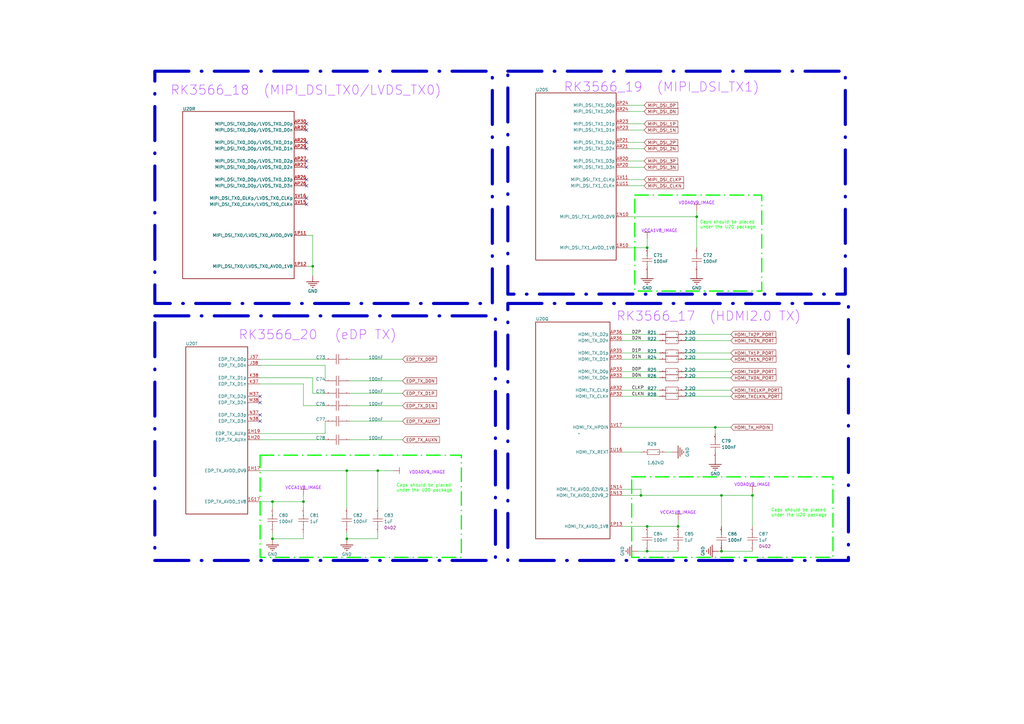
<source format=kicad_sch>
(kicad_sch (version 20250114) (generator "eeschema") (generator_version "9.0")
  (paper "A3")
  (rectangle (start 259.08 195.58) (end 341.63 228.6) (stroke (width 0.508) (type dash_dot) (color 0 255 0 1)))
  (rectangle (start 63.5 129.54) (end 203.2 229.87) (stroke (width 1.27) (type dash_dot)))
  (rectangle (start 208.28 124.46) (end 347.98 229.87) (stroke (width 1.27) (type dash_dot)))
  (rectangle (start 260.35 80.01) (end 312.42 119.38) (stroke (width 0.508) (type dash_dot) (color 0 255 0 1)))
  (rectangle (start 63.5 29.21) (end 201.93 124.46) (stroke (width 1.27) (type dash_dot)))
  (rectangle (start 208.28 29.21) (end 346.71 120.65) (stroke (width 1.27) (type dash_dot)))
  (rectangle (start 106.68 186.69) (end 189.23 228.6) (stroke (width 0.508) (type dash_dot) (color 0 255 0 1)))
  (text "RK3566_18" (at 69.85 39.37 0) (effects (font (size 3.81 3.81)) (justify left bottom)))
  (text "(eDP TX)" (at 137.16 139.7 0) (effects (font (size 3.81 3.81)) (justify left bottom)))
  (text "Caps should be placed \nunder the U20 package" (at 316.23 212.09 0) (effects (font (size 1.27 1.27)) (justify left bottom)))
  (text "RK3566_17" (at 252.73 132.08 0) (effects (font (size 3.81 3.81)) (justify left bottom)))
  (text "(MIPI_DSI_TX1)" (at 269.24 38.1 0) (effects (font (size 3.81 3.81)) (justify left bottom)))
  (text "RK3566_20" (at 97.79 139.7 0) (effects (font (size 3.81 3.81)) (justify left bottom)))
  (text "(HDMI2.0 TX)" (at 290.83 132.08 0) (effects (font (size 3.81 3.81)) (justify left bottom)))
  (text "RK3566_19" (at 231.14 38.1 0) (effects (font (size 3.81 3.81)) (justify left bottom)))
  (text "Caps should be placed \nunder the U20 package" (at 162.56 201.93 0) (effects (font (size 1.27 1.27)) (justify left bottom)))
  (text "Caps should be placed \nunder the U20 package" (at 287.02 93.98 0) (effects (font (size 1.27 1.27)) (justify left bottom)))
  (text "(MIPI_DSI_TX0/LVDS_TX0)" (at 107.95 39.37 0) (effects (font (size 3.81 3.81)) (justify left bottom)))
  (junction (at 154.94 193.04))
  (junction (at 295.91 226.06))
  (junction (at 128.27 109.22))
  (junction (at 293.37 175.26))
  (junction (at 308.61 203.2))
  (junction (at 262.89 203.2))
  (junction (at 111.76 220.98))
  (junction (at 142.24 220.98))
  (junction (at 265.43 215.9))
  (junction (at 265.43 226.06))
  (junction (at 285.75 88.9))
  (junction (at 124.46 205.74))
  (junction (at 278.13 215.9))
  (junction (at 111.76 205.74))
  (junction (at 265.43 101.6))
  (junction (at 142.24 193.04))
  (junction (at 295.91 203.2))
  (no_connect (at 125.73 53.34))
  (no_connect (at 125.73 73.66))
  (no_connect (at 106.68 170.18))
  (no_connect (at 125.73 68.58))
  (no_connect (at 125.73 83.82))
  (no_connect (at 106.68 165.1))
  (no_connect (at 125.73 81.28))
  (no_connect (at 125.73 66.04))
  (no_connect (at 125.73 50.8))
  (no_connect (at 125.73 60.96))
  (no_connect (at 106.68 172.72))
  (no_connect (at 125.73 58.42))
  (no_connect (at 125.73 76.2))
  (no_connect (at 106.68 162.56))
  (wire (pts (xy 264.16 53.34) (xy 257.81 53.34)))
  (wire (pts (xy 124.46 205.74) (xy 111.76 205.74)))
  (wire (pts (xy 154.94 193.04) (xy 154.94 208.28)))
  (wire (pts (xy 111.76 205.74) (xy 106.68 205.74)))
  (wire (pts (xy 308.61 203.2) (xy 308.61 215.9)))
  (wire (pts (xy 124.46 205.74) (xy 124.46 203.2)))
  (wire (pts (xy 299.72 147.32) (xy 280.67 147.32)))
  (wire (pts (xy 299.72 160.02) (xy 280.67 160.02)))
  (wire (pts (xy 128.27 109.22) (xy 125.73 109.22)))
  (wire (pts (xy 270.51 144.78) (xy 255.27 144.78)))
  (wire (pts (xy 295.91 203.2) (xy 262.89 203.2)))
  (wire (pts (xy 295.91 203.2) (xy 308.61 203.2)))
  (wire (pts (xy 128.27 161.29) (xy 128.27 154.94)))
  (wire (pts (xy 264.16 60.96) (xy 257.81 60.96)))
  (wire (pts (xy 270.51 137.16) (xy 255.27 137.16)))
  (wire (pts (xy 143.51 161.29) (xy 165.1 161.29)))
  (wire (pts (xy 293.37 175.26) (xy 293.37 177.8)))
  (wire (pts (xy 124.46 220.98) (xy 124.46 218.44)))
  (wire (pts (xy 111.76 208.28) (xy 111.76 205.74)))
  (wire (pts (xy 265.43 226.06) (xy 261.62 226.06)))
  (wire (pts (xy 264.16 73.66) (xy 257.81 73.66)))
  (wire (pts (xy 299.72 137.16) (xy 280.67 137.16)))
  (wire (pts (xy 128.27 96.52) (xy 125.73 96.52)))
  (wire (pts (xy 143.51 180.34) (xy 165.1 180.34)))
  (wire (pts (xy 128.27 109.22) (xy 128.27 96.52)))
  (wire (pts (xy 165.1 172.72) (xy 143.51 172.72)))
  (wire (pts (xy 285.75 88.9) (xy 285.75 86.36)))
  (wire (pts (xy 133.35 147.32) (xy 106.68 147.32)))
  (wire (pts (xy 264.16 43.18) (xy 257.81 43.18)))
  (wire (pts (xy 124.46 208.28) (xy 124.46 205.74)))
  (wire (pts (xy 143.51 166.37) (xy 165.1 166.37)))
  (wire (pts (xy 262.89 203.2) (xy 255.27 203.2)))
  (wire (pts (xy 270.51 152.4) (xy 255.27 152.4)))
  (wire (pts (xy 299.72 144.78) (xy 280.67 144.78)))
  (wire (pts (xy 143.51 147.32) (xy 165.1 147.32)))
  (wire (pts (xy 154.94 220.98) (xy 154.94 218.44)))
  (wire (pts (xy 154.94 220.98) (xy 142.24 220.98)))
  (wire (pts (xy 295.91 215.9) (xy 295.91 203.2)))
  (wire (pts (xy 278.13 213.36) (xy 278.13 215.9)))
  (wire (pts (xy 142.24 208.28) (xy 142.24 193.04)))
  (wire (pts (xy 128.27 154.94) (xy 106.68 154.94)))
  (wire (pts (xy 295.91 226.06) (xy 308.61 226.06)))
  (wire (pts (xy 265.43 101.6) (xy 257.81 101.6)))
  (wire (pts (xy 293.37 175.26) (xy 255.27 175.26)))
  (wire (pts (xy 308.61 203.2) (xy 308.61 201.93)))
  (wire (pts (xy 255.27 215.9) (xy 265.43 215.9)))
  (wire (pts (xy 133.35 177.8) (xy 106.68 177.8)))
  (wire (pts (xy 257.81 88.9) (xy 285.75 88.9)))
  (wire (pts (xy 262.89 203.2) (xy 262.89 200.66)))
  (wire (pts (xy 299.72 175.26) (xy 293.37 175.26)))
  (wire (pts (xy 124.46 157.48) (xy 106.68 157.48)))
  (wire (pts (xy 299.72 154.94) (xy 280.67 154.94)))
  (wire (pts (xy 133.35 172.72) (xy 133.35 177.8)))
  (wire (pts (xy 270.51 160.02) (xy 255.27 160.02)))
  (wire (pts (xy 262.89 200.66) (xy 255.27 200.66)))
  (wire (pts (xy 285.75 88.9) (xy 285.75 101.6)))
  (wire (pts (xy 161.29 193.04) (xy 154.94 193.04)))
  (wire (pts (xy 299.72 162.56) (xy 280.67 162.56)))
  (wire (pts (xy 265.43 215.9) (xy 278.13 215.9)))
  (wire (pts (xy 265.43 101.6) (xy 265.43 97.79)))
  (wire (pts (xy 264.16 58.42) (xy 257.81 58.42)))
  (wire (pts (xy 124.46 220.98) (xy 111.76 220.98)))
  (wire (pts (xy 142.24 193.04) (xy 106.68 193.04)))
  (wire (pts (xy 133.35 149.86) (xy 106.68 149.86)))
  (wire (pts (xy 299.72 139.7) (xy 280.67 139.7)))
  (wire (pts (xy 262.89 185.42) (xy 255.27 185.42)))
  (wire (pts (xy 133.35 166.37) (xy 124.46 166.37)))
  (wire (pts (xy 133.35 149.86) (xy 133.35 156.21)))
  (wire (pts (xy 265.43 226.06) (xy 278.13 226.06)))
  (wire (pts (xy 264.16 66.04) (xy 257.81 66.04)))
  (wire (pts (xy 264.16 76.2) (xy 257.81 76.2)))
  (wire (pts (xy 154.94 193.04) (xy 142.24 193.04)))
  (wire (pts (xy 270.51 147.32) (xy 255.27 147.32)))
  (wire (pts (xy 264.16 68.58) (xy 257.81 68.58)))
  (wire (pts (xy 299.72 152.4) (xy 280.67 152.4)))
  (wire (pts (xy 106.68 180.34) (xy 133.35 180.34)))
  (wire (pts (xy 124.46 157.48) (xy 124.46 166.37)))
  (wire (pts (xy 128.27 113.03) (xy 128.27 109.22)))
  (wire (pts (xy 142.24 220.98) (xy 142.24 218.44)))
  (wire (pts (xy 295.91 226.06) (xy 294.64 226.06)))
  (wire (pts (xy 264.16 50.8) (xy 257.81 50.8)))
  (wire (pts (xy 165.1 156.21) (xy 143.51 156.21)))
  (wire (pts (xy 275.59 185.42) (xy 273.05 185.42)))
  (wire (pts (xy 270.51 139.7) (xy 255.27 139.7)))
  (wire (pts (xy 133.35 161.29) (xy 128.27 161.29)))
  (wire (pts (xy 111.76 220.98) (xy 111.76 218.44)))
  (wire (pts (xy 270.51 154.94) (xy 255.27 154.94)))
  (wire (pts (xy 270.51 162.56) (xy 255.27 162.56)))
  (wire (pts (xy 264.16 45.72) (xy 257.81 45.72)))
  (label "CLKN" (at 259.08 162.56 0))
  (label "CLKP" (at 259.08 160.02 0))
  (label "D1N" (at 259.08 147.32 0))
  (label "D0P" (at 259.08 152.4 0))
  (label "D2P" (at 259.08 137.16 0))
  (label "D2N" (at 259.08 139.7 0))
  (label "D1P" (at 259.08 144.78 0))
  (label "D0N" (at 259.08 154.94 0))
  (global_label "MIPI_DSI_CLKN" (shape input) (at 264.16 76.2 0) (property "Intersheetrefs" "${INTERSHEET_REFS}" (effects (hide yes))))
  (global_label "HDMI_TXCLKN_PORT" (shape input) (at 299.72 162.56 0) (property "Intersheetrefs" "${INTERSHEET_REFS}" (effects (hide yes))))
  (global_label "HDMI_TXCLKP_PORT" (shape input) (at 299.72 160.02 0) (property "Intersheetrefs" "${INTERSHEET_REFS}" (effects (hide yes))))
  (global_label "HDMI_TX2N_PORT" (shape input) (at 299.72 139.7 0) (property "Intersheetrefs" "${INTERSHEET_REFS}" (effects (hide yes))))
  (global_label "HDMI_TX0N_PORT" (shape input) (at 299.72 154.94 0) (property "Intersheetrefs" "${INTERSHEET_REFS}" (effects (hide yes))))
  (global_label "MIPI_DSI_CLKP" (shape input) (at 264.16 73.66 0) (property "Intersheetrefs" "${INTERSHEET_REFS}" (effects (hide yes))))
  (global_label "HDMI_TX1P_PORT" (shape input) (at 299.72 144.78 0) (property "Intersheetrefs" "${INTERSHEET_REFS}" (effects (hide yes))))
  (global_label "MIPI_DSI_0N" (shape input) (at 264.16 45.72 0) (property "Intersheetrefs" "${INTERSHEET_REFS}" (effects (hide yes))))
  (global_label "EDP_TX_AUXN" (shape input) (at 165.1 180.34 0) (property "Intersheetrefs" "${INTERSHEET_REFS}" (effects (hide yes))))
  (global_label "MIPI_DSI_2N" (shape input) (at 264.16 60.96 0) (property "Intersheetrefs" "${INTERSHEET_REFS}" (effects (hide yes))))
  (global_label "MIPI_DSI_3P" (shape input) (at 264.16 66.04 0) (property "Intersheetrefs" "${INTERSHEET_REFS}" (effects (hide yes))))
  (global_label "MIPI_DSI_3N" (shape input) (at 264.16 68.58 0) (property "Intersheetrefs" "${INTERSHEET_REFS}" (effects (hide yes))))
  (global_label "MIPI_DSI_1N" (shape input) (at 264.16 53.34 0) (property "Intersheetrefs" "${INTERSHEET_REFS}" (effects (hide yes))))
  (global_label "EDP_TX_D1P" (shape input) (at 165.1 161.29 0) (property "Intersheetrefs" "${INTERSHEET_REFS}" (effects (hide yes))))
  (global_label "MIPI_DSI_1P" (shape input) (at 264.16 50.8 0) (property "Intersheetrefs" "${INTERSHEET_REFS}" (effects (hide yes))))
  (global_label "MIPI_DSI_2P" (shape input) (at 264.16 58.42 0) (property "Intersheetrefs" "${INTERSHEET_REFS}" (effects (hide yes))))
  (global_label "EDP_TX_D0N" (shape input) (at 165.1 156.21 0) (property "Intersheetrefs" "${INTERSHEET_REFS}" (effects (hide yes))))
  (global_label "EDP_TX_D1N" (shape input) (at 165.1 166.37 0) (property "Intersheetrefs" "${INTERSHEET_REFS}" (effects (hide yes))))
  (global_label "EDP_TX_D0P" (shape input) (at 165.1 147.32 0) (property "Intersheetrefs" "${INTERSHEET_REFS}" (effects (hide yes))))
  (global_label "HDMI_TX_HPDIN" (shape input) (at 299.72 175.26 0) (property "Intersheetrefs" "${INTERSHEET_REFS}" (effects (hide yes))))
  (global_label "MIPI_DSI_0P" (shape input) (at 264.16 43.18 0) (property "Intersheetrefs" "${INTERSHEET_REFS}" (effects (hide yes))))
  (global_label "HDMI_TX1N_PORT" (shape input) (at 299.72 147.32 0) (property "Intersheetrefs" "${INTERSHEET_REFS}" (effects (hide yes))))
  (global_label "EDP_TX_AUXP" (shape input) (at 165.1 172.72 0) (property "Intersheetrefs" "${INTERSHEET_REFS}" (effects (hide yes))))
  (global_label "HDMI_TX2P_PORT" (shape input) (at 299.72 137.16 0) (property "Intersheetrefs" "${INTERSHEET_REFS}" (effects (hide yes))))
  (global_label "HDMI_TX0P_PORT" (shape input) (at 299.72 152.4 0) (property "Intersheetrefs" "${INTERSHEET_REFS}" (effects (hide yes))))
  (symbol (lib_id "LCSC Taish-easyedapro:Ground-GND") (at 142.24 220.98 0) (unit 1)
    (property "Reference" "#PWR0189" (effects (hide yes)))
    (property "Value" "GND" (at 142.24 227.33 0))
    (property "Footprint" "LCSC Taish-easyedapro:" (effects (hide yes)))
  )
  (symbol (lib_id "LCSC Taish-easyedapro:Power-VCC") (at 161.29 193.04 270) (unit 1)
    (property "Reference" "#PWR0181" (effects (hide yes)))
    (property "Value" "VDDA0V9_IMAGE" (at 175.26 194.31 90) (effects (justify bottom)))
    (property "Footprint" "LCSC Taish-easyedapro:" (effects (hide yes)))
  )
  (symbol (lib_id "LCSC Taish-easyedapro:Ground-GND") (at 285.75 111.76 0) (unit 1)
    (property "Reference" "#PWR0193" (effects (hide yes)))
    (property "Value" "GND" (at 285.75 118.11 0))
    (property "Footprint" "LCSC Taish-easyedapro:" (effects (hide yes)))
  )
  (symbol (lib_id "LCSC Taish-easyedapro:RK3566") (at 237.49 177.8 0) (unit 17)
    (property "Reference" "U20" (at 219.71 131.5466 0) (effects (justify left bottom)))
    (property "Value" "~" (at 237.49 177.8 0))
    (property "Footprint" "LCSC Taish-easyedapro:RK3566" (effects (hide yes)))
  )
  (symbol (lib_id "LCSC Taish-easyedapro:ERJ2GEJ2R2X") (at 275.59 160.02 0) (unit 1)
    (property "Reference" "R27" (at 265.43 160.02 0) (effects (justify left bottom)))
    (property "Value" "2.2Ω" (at 280.67 160.02 0) (effects (justify left bottom)))
    (property "Footprint" "LCSC Taish-easyedapro:R0402" (effects (hide yes)))
    (property "Datasheet" "https://atta.szlcsc.com/upload/public/pdf/source/20200306/C422600_1E6D84923E4A46A82E41ADD87F860B5C.pdf" (effects (hide yes)))
    (property "Description" "电阻类型:厚膜电阻;阻值:2.2Ω;精度:±5%;功率:100mW;温度系数:-100ppm/°C~+600ppm/°C;最大工作电压:-;工作温度范围:-55°C~+155°C;" (effects (hide yes)))
    (property "Manufacturer Part" "0201WMF220KTEE" (effects (hide yes)))
    (property "Manufacturer" "UNI-ROYAL(厚声)" (effects (hide yes)))
    (property "Supplier Part" "C473517" (effects (hide yes)))
    (property "Supplier" "LCSC" (effects (hide yes)))
    (property "LCSC Part Name" "2.2Ω ±1% 50mW" (effects (hide yes)))
  )
  (symbol (lib_id "LCSC Taish-easyedapro:CL05B104KB54PNC") (at 265.43 220.98 90) (unit 1)
    (property "Reference" "C84" (at 267.97 219.71 90) (effects (justify right top)))
    (property "Value" "100nF" (at 267.97 222.25 90) (effects (justify right top)))
    (property "Footprint" "Capacitor_SMD:C_0402_1005Metric" (effects (hide yes)))
    (property "Datasheet" "https://atta.szlcsc.com/upload/public/pdf/source/20181009/C307380_E0679AAF9658ADA26DBF30CED0CA6925.pdf" (effects (hide yes)))
    (property "Description" "容值:100nF;精度:±10%;额定电压:50V;材质(温度系数):X7R;" (effects (hide yes)))
    (property "Manufacturer Part" "CL03A104KO3NNNC" (effects (hide yes)))
    (property "Manufacturer" "SAMSUNG(三星)" (effects (hide yes)))
    (property "Supplier Part" "C307380" (effects (hide yes)))
    (property "Supplier" "LCSC" (effects (hide yes)))
    (property "LCSC Part Name" "100nF ±10% 16V" (effects (hide yes)))
    (property "JLCPCB Part Class" "Extended Part" (effects (hide yes)))
  )
  (symbol (lib_id "LCSC Taish-easyedapro:CL05B104KB54PNC") (at 138.43 166.37 180) (unit 1)
    (property "Reference" "C76" (at 129.54 166.37 0) (effects (justify right top)))
    (property "Value" "100nF" (at 151.13 166.37 0) (effects (justify right top)))
    (property "Footprint" "Capacitor_SMD:C_0402_1005Metric" (effects (hide yes)))
    (property "Datasheet" "https://atta.szlcsc.com/upload/public/pdf/source/20181009/C307380_E0679AAF9658ADA26DBF30CED0CA6925.pdf" (effects (hide yes)))
    (property "Description" "容值:100nF;精度:±10%;额定电压:50V;材质(温度系数):X7R;" (effects (hide yes)))
    (property "Manufacturer Part" "CL03A104KO3NNNC" (effects (hide yes)))
    (property "Manufacturer" "SAMSUNG(三星)" (effects (hide yes)))
    (property "Supplier Part" "C307380" (effects (hide yes)))
    (property "Supplier" "LCSC" (effects (hide yes)))
    (property "LCSC Part Name" "100nF ±10% 16V" (effects (hide yes)))
    (property "JLCPCB Part Class" "Extended Part" (effects (hide yes)))
  )
  (symbol (lib_id "LCSC Taish-easyedapro:CL05B104KB54PNC") (at 138.43 180.34 180) (unit 1)
    (property "Reference" "C78" (at 129.54 180.34 0) (effects (justify right top)))
    (property "Value" "100nF" (at 151.13 180.34 0) (effects (justify right top)))
    (property "Footprint" "Capacitor_SMD:C_0402_1005Metric" (effects (hide yes)))
    (property "Datasheet" "https://atta.szlcsc.com/upload/public/pdf/source/20181009/C307380_E0679AAF9658ADA26DBF30CED0CA6925.pdf" (effects (hide yes)))
    (property "Description" "容值:100nF;精度:±10%;额定电压:50V;材质(温度系数):X7R;" (effects (hide yes)))
    (property "Manufacturer Part" "CL03A104KO3NNNC" (effects (hide yes)))
    (property "Manufacturer" "SAMSUNG(三星)" (effects (hide yes)))
    (property "Supplier Part" "C307380" (effects (hide yes)))
    (property "Supplier" "LCSC" (effects (hide yes)))
    (property "LCSC Part Name" "100nF ±10% 16V" (effects (hide yes)))
    (property "JLCPCB Part Class" "Extended Part" (effects (hide yes)))
  )
  (symbol (lib_id "LCSC Taish-easyedapro:Ground-GND") (at 265.43 111.76 0) (unit 1)
    (property "Reference" "#PWR0194" (effects (hide yes)))
    (property "Value" "GND" (at 265.43 118.11 0))
    (property "Footprint" "LCSC Taish-easyedapro:" (effects (hide yes)))
  )
  (symbol (lib_id "LCSC Taish-easyedapro:ERJ2GEJ2R2X") (at 275.59 154.94 0) (unit 1)
    (property "Reference" "R26" (at 265.43 154.94 0) (effects (justify left bottom)))
    (property "Value" "2.2Ω" (at 280.67 154.94 0) (effects (justify left bottom)))
    (property "Footprint" "LCSC Taish-easyedapro:R0402" (effects (hide yes)))
    (property "Datasheet" "https://atta.szlcsc.com/upload/public/pdf/source/20200306/C422600_1E6D84923E4A46A82E41ADD87F860B5C.pdf" (effects (hide yes)))
    (property "Description" "电阻类型:厚膜电阻;阻值:2.2Ω;精度:±5%;功率:100mW;温度系数:-100ppm/°C~+600ppm/°C;最大工作电压:-;工作温度范围:-55°C~+155°C;" (effects (hide yes)))
    (property "Manufacturer Part" "0201WMF220KTEE" (effects (hide yes)))
    (property "Manufacturer" "UNI-ROYAL(厚声)" (effects (hide yes)))
    (property "Supplier Part" "C473517" (effects (hide yes)))
    (property "Supplier" "LCSC" (effects (hide yes)))
    (property "LCSC Part Name" "2.2Ω ±1% 50mW" (effects (hide yes)))
  )
  (symbol (lib_id "LCSC Taish-easyedapro:CL05B104KB54PNC") (at 138.43 156.21 180) (unit 1)
    (property "Reference" "C74" (at 129.54 156.21 0) (effects (justify right top)))
    (property "Value" "100nF" (at 151.13 156.21 0) (effects (justify right top)))
    (property "Footprint" "Capacitor_SMD:C_0402_1005Metric" (effects (hide yes)))
    (property "Datasheet" "https://atta.szlcsc.com/upload/public/pdf/source/20181009/C307380_E0679AAF9658ADA26DBF30CED0CA6925.pdf" (effects (hide yes)))
    (property "Description" "容值:100nF;精度:±10%;额定电压:50V;材质(温度系数):X7R;" (effects (hide yes)))
    (property "Manufacturer Part" "CL03A104KO3NNNC" (effects (hide yes)))
    (property "Manufacturer" "SAMSUNG(三星)" (effects (hide yes)))
    (property "Supplier Part" "C307380" (effects (hide yes)))
    (property "Supplier" "LCSC" (effects (hide yes)))
    (property "LCSC Part Name" "100nF ±10% 16V" (effects (hide yes)))
    (property "JLCPCB Part Class" "Extended Part" (effects (hide yes)))
  )
  (symbol (lib_id "LCSC Taish-easyedapro:Ground-GND") (at 111.76 220.98 0) (unit 1)
    (property "Reference" "#PWR0188" (effects (hide yes)))
    (property "Value" "GND" (at 111.76 227.33 0))
    (property "Footprint" "LCSC Taish-easyedapro:" (effects (hide yes)))
  )
  (symbol (lib_id "LCSC Taish-easyedapro:ERJ2GEJ2R2X") (at 275.59 139.7 0) (unit 1)
    (property "Reference" "R22" (at 265.43 139.7 0) (effects (justify left bottom)))
    (property "Value" "2.2Ω" (at 280.67 139.7 0) (effects (justify left bottom)))
    (property "Footprint" "LCSC Taish-easyedapro:R0402" (effects (hide yes)))
    (property "Datasheet" "https://atta.szlcsc.com/upload/public/pdf/source/20200306/C422600_1E6D84923E4A46A82E41ADD87F860B5C.pdf" (effects (hide yes)))
    (property "Description" "电阻类型:厚膜电阻;阻值:2.2Ω;精度:±5%;功率:100mW;温度系数:-100ppm/°C~+600ppm/°C;最大工作电压:-;工作温度范围:-55°C~+155°C;" (effects (hide yes)))
    (property "Manufacturer Part" "0201WMF220KTEE" (effects (hide yes)))
    (property "Manufacturer" "UNI-ROYAL(厚声)" (effects (hide yes)))
    (property "Supplier Part" "C473517" (effects (hide yes)))
    (property "Supplier" "LCSC" (effects (hide yes)))
    (property "LCSC Part Name" "2.2Ω ±1% 50mW" (effects (hide yes)))
  )
  (symbol (lib_id "LCSC Taish-easyedapro:CL05B104KB54PNC") (at 295.91 220.98 90) (unit 1)
    (property "Reference" "C86" (at 298.45 219.71 90) (effects (justify right top)))
    (property "Value" "100nF" (at 298.45 222.25 90) (effects (justify right top)))
    (property "Footprint" "Capacitor_SMD:C_0402_1005Metric" (effects (hide yes)))
    (property "Datasheet" "https://atta.szlcsc.com/upload/public/pdf/source/20181009/C307380_E0679AAF9658ADA26DBF30CED0CA6925.pdf" (effects (hide yes)))
    (property "Description" "容值:100nF;精度:±10%;额定电压:50V;材质(温度系数):X7R;" (effects (hide yes)))
    (property "Manufacturer Part" "CL03A104KO3NNNC" (effects (hide yes)))
    (property "Manufacturer" "SAMSUNG(三星)" (effects (hide yes)))
    (property "Supplier Part" "C307380" (effects (hide yes)))
    (property "Supplier" "LCSC" (effects (hide yes)))
    (property "LCSC Part Name" "100nF ±10% 16V" (effects (hide yes)))
    (property "JLCPCB Part Class" "Extended Part" (effects (hide yes)))
  )
  (symbol (lib_id "LCSC Taish-easyedapro:RK3566") (at 100.33 81.28 0) (unit 18)
    (property "Reference" "U20" (at 74.93 45.3644 0) (effects (justify left bottom)))
    (property "Value" "~" (at 100.33 81.28 0))
    (property "Footprint" "LCSC Taish-easyedapro:RK3566" (effects (hide yes)))
  )
  (symbol (lib_id "LCSC Taish-easyedapro:ERJ2GEJ2R2X") (at 275.59 162.56 0) (unit 1)
    (property "Reference" "R28" (at 265.43 162.56 0) (effects (justify left bottom)))
    (property "Value" "2.2Ω" (at 280.67 162.56 0) (effects (justify left bottom)))
    (property "Footprint" "LCSC Taish-easyedapro:R0402" (effects (hide yes)))
    (property "Datasheet" "https://atta.szlcsc.com/upload/public/pdf/source/20200306/C422600_1E6D84923E4A46A82E41ADD87F860B5C.pdf" (effects (hide yes)))
    (property "Description" "电阻类型:厚膜电阻;阻值:2.2Ω;精度:±5%;功率:100mW;温度系数:-100ppm/°C~+600ppm/°C;最大工作电压:-;工作温度范围:-55°C~+155°C;" (effects (hide yes)))
    (property "Manufacturer Part" "0201WMF220KTEE" (effects (hide yes)))
    (property "Manufacturer" "UNI-ROYAL(厚声)" (effects (hide yes)))
    (property "Supplier Part" "C473517" (effects (hide yes)))
    (property "Supplier" "LCSC" (effects (hide yes)))
    (property "LCSC Part Name" "2.2Ω ±1% 50mW" (effects (hide yes)))
  )
  (symbol (lib_id "LCSC Taish-easyedapro:Power-VCC") (at 124.46 203.2 0) (unit 1)
    (property "Reference" "#PWR0180" (effects (hide yes)))
    (property "Value" "VCCA1V8_IMAGE" (at 124.46 200.66 0) (effects (justify bottom)))
    (property "Footprint" "LCSC Taish-easyedapro:" (effects (hide yes)))
  )
  (symbol (lib_id "LCSC Taish-easyedapro:CL05B104KB54PNC") (at 293.37 182.88 90) (unit 1)
    (property "Reference" "C79" (at 295.91 181.61 90) (effects (justify right top)))
    (property "Value" "100nF" (at 295.91 184.15 90) (effects (justify right top)))
    (property "Footprint" "Capacitor_SMD:C_0402_1005Metric" (effects (hide yes)))
    (property "Datasheet" "https://atta.szlcsc.com/upload/public/pdf/source/20181009/C307380_E0679AAF9658ADA26DBF30CED0CA6925.pdf" (effects (hide yes)))
    (property "Description" "容值:100nF;精度:±10%;额定电压:50V;材质(温度系数):X7R;" (effects (hide yes)))
    (property "Manufacturer Part" "CL03A104KO3NNNC" (effects (hide yes)))
    (property "Manufacturer" "SAMSUNG(三星)" (effects (hide yes)))
    (property "Supplier Part" "C307380" (effects (hide yes)))
    (property "Supplier" "LCSC" (effects (hide yes)))
    (property "LCSC Part Name" "100nF ±10% 16V" (effects (hide yes)))
    (property "JLCPCB Part Class" "Extended Part" (effects (hide yes)))
  )
  (symbol (lib_id "LCSC Taish-easyedapro:CL05B104KB54PNC") (at 138.43 147.32 180) (unit 1)
    (property "Reference" "C73" (at 129.54 147.32 0) (effects (justify right top)))
    (property "Value" "100nF" (at 151.13 147.32 0) (effects (justify right top)))
    (property "Footprint" "Capacitor_SMD:C_0402_1005Metric" (effects (hide yes)))
    (property "Datasheet" "https://atta.szlcsc.com/upload/public/pdf/source/20181009/C307380_E0679AAF9658ADA26DBF30CED0CA6925.pdf" (effects (hide yes)))
    (property "Description" "容值:100nF;精度:±10%;额定电压:50V;材质(温度系数):X7R;" (effects (hide yes)))
    (property "Manufacturer Part" "CL03A104KO3NNNC" (effects (hide yes)))
    (property "Manufacturer" "SAMSUNG(三星)" (effects (hide yes)))
    (property "Supplier Part" "C307380" (effects (hide yes)))
    (property "Supplier" "LCSC" (effects (hide yes)))
    (property "LCSC Part Name" "100nF ±10% 16V" (effects (hide yes)))
    (property "JLCPCB Part Class" "Extended Part" (effects (hide yes)))
  )
  (symbol (lib_id "LCSC Taish-easyedapro:CL05B104KB54PNC") (at 285.75 106.68 90) (unit 1)
    (property "Reference" "C72" (at 288.29 105.41 90) (effects (justify right top)))
    (property "Value" "100nF" (at 288.29 107.95 90) (effects (justify right top)))
    (property "Footprint" "Capacitor_SMD:C_0402_1005Metric" (effects (hide yes)))
    (property "Datasheet" "https://atta.szlcsc.com/upload/public/pdf/source/20181009/C307380_E0679AAF9658ADA26DBF30CED0CA6925.pdf" (effects (hide yes)))
    (property "Description" "容值:100nF;精度:±10%;额定电压:50V;材质(温度系数):X7R;" (effects (hide yes)))
    (property "Manufacturer Part" "CL03A104KO3NNNC" (effects (hide yes)))
    (property "Manufacturer" "SAMSUNG(三星)" (effects (hide yes)))
    (property "Supplier Part" "C307380" (effects (hide yes)))
    (property "Supplier" "LCSC" (effects (hide yes)))
    (property "LCSC Part Name" "100nF ±10% 16V" (effects (hide yes)))
    (property "JLCPCB Part Class" "Extended Part" (effects (hide yes)))
  )
  (symbol (lib_id "LCSC Taish-easyedapro:ERJ2GEJ2R2X") (at 275.59 137.16 0) (unit 1)
    (property "Reference" "R21" (at 265.43 137.16 0) (effects (justify left bottom)))
    (property "Value" "2.2Ω" (at 280.67 137.16 0) (effects (justify left bottom)))
    (property "Footprint" "LCSC Taish-easyedapro:R0402" (effects (hide yes)))
    (property "Datasheet" "https://atta.szlcsc.com/upload/public/pdf/source/20200306/C422600_1E6D84923E4A46A82E41ADD87F860B5C.pdf" (effects (hide yes)))
    (property "Description" "电阻类型:厚膜电阻;阻值:2.2Ω;精度:±5%;功率:100mW;温度系数:-100ppm/°C~+600ppm/°C;最大工作电压:-;工作温度范围:-55°C~+155°C;" (effects (hide yes)))
    (property "Manufacturer Part" "0201WMF220KTEE" (effects (hide yes)))
    (property "Manufacturer" "UNI-ROYAL(厚声)" (effects (hide yes)))
    (property "Supplier Part" "C473517" (effects (hide yes)))
    (property "Supplier" "LCSC" (effects (hide yes)))
    (property "LCSC Part Name" "2.2Ω ±1% 50mW" (effects (hide yes)))
  )
  (symbol (lib_id "LCSC Taish-easyedapro:Ground-GND") (at 261.62 226.06 270) (unit 1)
    (property "Reference" "#PWR0182" (effects (hide yes)))
    (property "Value" "GND" (at 255.27 226.06 0))
    (property "Footprint" "LCSC Taish-easyedapro:" (effects (hide yes)))
  )
  (symbol (lib_id "LCSC Taish-easyedapro:Power-VCC") (at 308.61 201.93 0) (unit 1)
    (property "Reference" "#PWR0185" (effects (hide yes)))
    (property "Value" "VDDA0V9_IMAGE" (at 308.61 199.39 0) (effects (justify bottom)))
    (property "Footprint" "LCSC Taish-easyedapro:" (effects (hide yes)))
  )
  (symbol (lib_id "LCSC Taish-easyedapro:Ground-GND") (at 275.59 185.42 90) (unit 1)
    (property "Reference" "#PWR0191" (effects (hide yes)))
    (property "Value" "GND" (at 281.94 185.42 0))
    (property "Footprint" "LCSC Taish-easyedapro:" (effects (hide yes)))
  )
  (symbol (lib_id "LCSC Taish-easyedapro:Power-VCC") (at 278.13 213.36 0) (unit 1)
    (property "Reference" "#PWR0190" (effects (hide yes)))
    (property "Value" "VCCA1V8_IMAGE" (at 278.13 210.82 0) (effects (justify bottom)))
    (property "Footprint" "LCSC Taish-easyedapro:" (effects (hide yes)))
  )
  (symbol (lib_id "LCSC Taish-easyedapro:CapAcitance") (at 111.76 213.36 90) (unit 1)
    (property "Reference" "C80" (at 114.3 212.09 90) (effects (justify right top)))
    (property "Value" "100nF" (at 114.3 214.63 90) (effects (justify right top)))
    (property "Footprint" "Capacitor_SMD:C_0402_1005Metric" (effects (hide yes)))
    (property "Datasheet" "https://atta.szlcsc.com/upload/public/pdf/source/20181009/C307380_E0679AAF9658ADA26DBF30CED0CA6925.pdf" (effects (hide yes)))
    (property "Manufacturer Part" "CL03A104KO3NNNC" (effects (hide yes)))
    (property "Manufacturer" "SAMSUNG(三星)" (effects (hide yes)))
    (property "Supplier Part" "C307380" (effects (hide yes)))
    (property "Supplier" "LCSC" (effects (hide yes)))
    (property "LCSC Part Name" "100nF ±10% 16V" (effects (hide yes)))
    (property "JLCPCB Part Class" "Extended Part" (effects (hide yes)))
  )
  (symbol (lib_id "LCSC Taish-easyedapro:ERJ2GEJ2R2X") (at 275.59 152.4 0) (unit 1)
    (property "Reference" "R25" (at 265.43 152.4 0) (effects (justify left bottom)))
    (property "Value" "2.2Ω" (at 280.67 152.4 0) (effects (justify left bottom)))
    (property "Footprint" "LCSC Taish-easyedapro:R0402" (effects (hide yes)))
    (property "Datasheet" "https://atta.szlcsc.com/upload/public/pdf/source/20200306/C422600_1E6D84923E4A46A82E41ADD87F860B5C.pdf" (effects (hide yes)))
    (property "Description" "电阻类型:厚膜电阻;阻值:2.2Ω;精度:±5%;功率:100mW;温度系数:-100ppm/°C~+600ppm/°C;最大工作电压:-;工作温度范围:-55°C~+155°C;" (effects (hide yes)))
    (property "Manufacturer Part" "0201WMF220KTEE" (effects (hide yes)))
    (property "Manufacturer" "UNI-ROYAL(厚声)" (effects (hide yes)))
    (property "Supplier Part" "C473517" (effects (hide yes)))
    (property "Supplier" "LCSC" (effects (hide yes)))
    (property "LCSC Part Name" "2.2Ω ±1% 50mW" (effects (hide yes)))
  )
  (symbol (lib_id "LCSC Taish-easyedapro:RK3566") (at 240.03 73.66 0) (unit 19)
    (property "Reference" "U20" (at 219.71 37.5412 0) (effects (justify left bottom)))
    (property "Value" "~" (at 240.03 73.66 0))
    (property "Footprint" "LCSC Taish-easyedapro:RK3566" (effects (hide yes)))
  )
  (symbol (lib_id "LCSC Taish-easyedapro:CL05B104KB54PNC") (at 265.43 106.68 90) (unit 1)
    (property "Reference" "C71" (at 267.97 105.41 90) (effects (justify right top)))
    (property "Value" "100nF" (at 267.97 107.95 90) (effects (justify right top)))
    (property "Footprint" "Capacitor_SMD:C_0402_1005Metric" (effects (hide yes)))
    (property "Datasheet" "https://atta.szlcsc.com/upload/public/pdf/source/20181009/C307380_E0679AAF9658ADA26DBF30CED0CA6925.pdf" (effects (hide yes)))
    (property "Description" "容值:100nF;精度:±10%;额定电压:50V;材质(温度系数):X7R;" (effects (hide yes)))
    (property "Manufacturer Part" "CL03A104KO3NNNC" (effects (hide yes)))
    (property "Manufacturer" "SAMSUNG(三星)" (effects (hide yes)))
    (property "Supplier Part" "C307380" (effects (hide yes)))
    (property "Supplier" "LCSC" (effects (hide yes)))
    (property "LCSC Part Name" "100nF ±10% 16V" (effects (hide yes)))
    (property "JLCPCB Part Class" "Extended Part" (effects (hide yes)))
  )
  (symbol (lib_id "LCSC Taish-easyedapro:Power-VCC") (at 265.43 97.79 0) (unit 1)
    (property "Reference" "#PWR0184" (effects (hide yes)))
    (property "Value" "VCCA1V8_IMAGE" (at 270.51 95.25 0) (effects (justify bottom)))
    (property "Footprint" "LCSC Taish-easyedapro:" (effects (hide yes)))
  )
  (symbol (lib_id "LCSC Taish-easyedapro:Ground-GND") (at 293.37 187.96 0) (unit 1)
    (property "Reference" "#PWR0187" (effects (hide yes)))
    (property "Value" "GND" (at 293.37 194.31 0))
    (property "Footprint" "LCSC Taish-easyedapro:" (effects (hide yes)))
  )
  (symbol (lib_id "LCSC Taish-easyedapro:RK3566") (at 91.44 177.8 0) (unit 20)
    (property "Reference" "U20" (at 76.2 141.7066 0) (effects (justify left bottom)))
    (property "Value" "~" (at 91.44 177.8 0))
    (property "Footprint" "LCSC Taish-easyedapro:RK3566" (effects (hide yes)))
  )
  (symbol (lib_id "LCSC Taish-easyedapro:CL05B104KB54PNC") (at 138.43 161.29 180) (unit 1)
    (property "Reference" "C75" (at 129.54 161.29 0) (effects (justify right top)))
    (property "Value" "100nF" (at 151.13 161.29 0) (effects (justify right top)))
    (property "Footprint" "Capacitor_SMD:C_0402_1005Metric" (effects (hide yes)))
    (property "Datasheet" "https://atta.szlcsc.com/upload/public/pdf/source/20181009/C307380_E0679AAF9658ADA26DBF30CED0CA6925.pdf" (effects (hide yes)))
    (property "Description" "容值:100nF;精度:±10%;额定电压:50V;材质(温度系数):X7R;" (effects (hide yes)))
    (property "Manufacturer Part" "CL03A104KO3NNNC" (effects (hide yes)))
    (property "Manufacturer" "SAMSUNG(三星)" (effects (hide yes)))
    (property "Supplier Part" "C307380" (effects (hide yes)))
    (property "Supplier" "LCSC" (effects (hide yes)))
    (property "LCSC Part Name" "100nF ±10% 16V" (effects (hide yes)))
    (property "JLCPCB Part Class" "Extended Part" (effects (hide yes)))
  )
  (symbol (lib_id "LCSC Taish-easyedapro:CapAcitance") (at 124.46 213.36 90) (unit 1)
    (property "Reference" "C81" (at 127 212.09 90) (effects (justify right top)))
    (property "Value" "1uF" (at 127 214.63 90) (effects (justify right top)))
    (property "Footprint" "Capacitor_SMD:C_0402_1005Metric" (effects (hide yes)))
    (property "Datasheet" "https://atta.szlcsc.com/upload/public/pdf/source/20160103/1457707736151.pdf" (effects (hide yes)))
    (property "Manufacturer Part" "CL03A105MQ3CSNH" (effects (hide yes)))
    (property "Manufacturer" "SAMSUNG(三星)" (effects (hide yes)))
    (property "Supplier Part" "C53067" (effects (hide yes)))
    (property "Supplier" "LCSC" (effects (hide yes)))
    (property "LCSC Part Name" "1uF ±20% 6.3V" (effects (hide yes)))
    (property "JLCPCB Part Class" "Extended Part" (effects (hide yes)))
  )
  (symbol (lib_id "LCSC Taish-easyedapro:Ground-GND") (at 128.27 113.03 0) (unit 1)
    (property "Reference" "#PWR0192" (effects (hide yes)))
    (property "Value" "GND" (at 128.27 119.38 0))
    (property "Footprint" "LCSC Taish-easyedapro:" (effects (hide yes)))
  )
  (symbol (lib_id "LCSC Taish-easyedapro:RC-02W1621FT") (at 267.97 185.42 0) (unit 1)
    (property "Reference" "R29" (at 265.43 182.88 0) (effects (justify left bottom)))
    (property "Value" "1.62kΩ" (at 265.43 190.5 0) (effects (justify left bottom)))
    (property "Footprint" "LCSC Taish-easyedapro:R0402" (effects (hide yes)))
    (property "Datasheet" "https://atta.szlcsc.com/upload/public/pdf/source/20181114/C321323_9504FB1C8D32FD153B2A6FEF9347E3A6.pdf" (effects (hide yes)))
    (property "Description" "精度:±1%;温度系数:±200ppm/°C;功率:1/16W;阻值:1.62kΩ;最大工作电压:50V;工作温度范围:-55°C~+155°C;" (effects (hide yes)))
    (property "Manufacturer Part" "RC0402FR-071K62L" (effects (hide yes)))
    (property "Manufacturer" "YAGEO(国巨)" (effects (hide yes)))
    (property "Supplier Part" "C138038" (effects (hide yes)))
    (property "Supplier" "LCSC" (effects (hide yes)))
    (property "LCSC Part Name" "1.62kΩ ±1%" (effects (hide yes)))
  )
  (symbol (lib_id "LCSC Taish-easyedapro:CL05B104KB54PNC") (at 138.43 172.72 180) (unit 1)
    (property "Reference" "C77" (at 129.54 172.72 0) (effects (justify right top)))
    (property "Value" "100nF" (at 151.13 172.72 0) (effects (justify right top)))
    (property "Footprint" "Capacitor_SMD:C_0402_1005Metric" (effects (hide yes)))
    (property "Datasheet" "https://atta.szlcsc.com/upload/public/pdf/source/20181009/C307380_E0679AAF9658ADA26DBF30CED0CA6925.pdf" (effects (hide yes)))
    (property "Description" "容值:100nF;精度:±10%;额定电压:50V;材质(温度系数):X7R;" (effects (hide yes)))
    (property "Manufacturer Part" "CL03A104KO3NNNC" (effects (hide yes)))
    (property "Manufacturer" "SAMSUNG(三星)" (effects (hide yes)))
    (property "Supplier Part" "C307380" (effects (hide yes)))
    (property "Supplier" "LCSC" (effects (hide yes)))
    (property "LCSC Part Name" "100nF ±10% 16V" (effects (hide yes)))
    (property "JLCPCB Part Class" "Extended Part" (effects (hide yes)))
  )
  (symbol (lib_id "LCSC Taish-easyedapro:CapAcitance") (at 142.24 213.36 90) (unit 1)
    (property "Reference" "C82" (at 144.78 212.09 90) (effects (justify right top)))
    (property "Value" "100nF" (at 144.78 214.63 90) (effects (justify right top)))
    (property "Footprint" "Capacitor_SMD:C_0402_1005Metric" (effects (hide yes)))
    (property "Datasheet" "https://atta.szlcsc.com/upload/public/pdf/source/20181009/C307380_E0679AAF9658ADA26DBF30CED0CA6925.pdf" (effects (hide yes)))
    (property "Manufacturer Part" "CL03A104KO3NNNC" (effects (hide yes)))
    (property "Manufacturer" "SAMSUNG(三星)" (effects (hide yes)))
    (property "Supplier Part" "C307380" (effects (hide yes)))
    (property "Supplier" "LCSC" (effects (hide yes)))
    (property "LCSC Part Name" "100nF ±10% 16V" (effects (hide yes)))
    (property "JLCPCB Part Class" "Extended Part" (effects (hide yes)))
  )
  (symbol (lib_id "LCSC Taish-easyedapro:Ground-GND") (at 294.64 226.06 270) (unit 1)
    (property "Reference" "#PWR0183" (effects (hide yes)))
    (property "Value" "GND" (at 288.29 226.06 0))
    (property "Footprint" "LCSC Taish-easyedapro:" (effects (hide yes)))
  )
  (symbol (lib_id "LCSC Taish-easyedapro:CapAcitance") (at 278.13 220.98 90) (unit 1)
    (property "Reference" "C85" (at 280.67 219.71 90) (effects (justify right top)))
    (property "Value" "1uF" (at 280.67 222.25 90) (effects (justify right top)))
    (property "Footprint" "Capacitor_SMD:C_0402_1005Metric" (effects (hide yes)))
    (property "Datasheet" "https://atta.szlcsc.com/upload/public/pdf/source/20161110/1478747660296.pdf" (effects (hide yes)))
    (property "Manufacturer Part" "JMK063ABJ105MP-F" (effects (hide yes)))
    (property "Manufacturer" "TAIYO YUDEN(太诱)" (effects (hide yes)))
    (property "Supplier Part" "C87143" (effects (hide yes)))
    (property "Supplier" "LCSC" (effects (hide yes)))
    (property "LCSC Part Name" "1uF ±20% 6.3V JMK063ABJ105MP-F" (effects (hide yes)))
    (property "JLCPCB Part Class" "Extended Part" (effects (hide yes)))
  )
  (symbol (lib_id "LCSC Taish-easyedapro:Power-VCC") (at 285.75 86.36 0) (unit 1)
    (property "Reference" "#PWR0186" (effects (hide yes)))
    (property "Value" "VDDA0V9_IMAGE" (at 285.75 83.82 0) (effects (justify bottom)))
    (property "Footprint" "LCSC Taish-easyedapro:" (effects (hide yes)))
  )
  (symbol (lib_id "LCSC Taish-easyedapro:ERJ2GEJ2R2X") (at 275.59 144.78 0) (unit 1)
    (property "Reference" "R23" (at 265.43 144.78 0) (effects (justify left bottom)))
    (property "Value" "2.2Ω" (at 280.67 144.78 0) (effects (justify left bottom)))
    (property "Footprint" "LCSC Taish-easyedapro:R0402" (effects (hide yes)))
    (property "Datasheet" "https://atta.szlcsc.com/upload/public/pdf/source/20200306/C422600_1E6D84923E4A46A82E41ADD87F860B5C.pdf" (effects (hide yes)))
    (property "Description" "电阻类型:厚膜电阻;阻值:2.2Ω;精度:±5%;功率:100mW;温度系数:-100ppm/°C~+600ppm/°C;最大工作电压:-;工作温度范围:-55°C~+155°C;" (effects (hide yes)))
    (property "Manufacturer Part" "0201WMF220KTEE" (effects (hide yes)))
    (property "Manufacturer" "UNI-ROYAL(厚声)" (effects (hide yes)))
    (property "Supplier Part" "C473517" (effects (hide yes)))
    (property "Supplier" "LCSC" (effects (hide yes)))
    (property "LCSC Part Name" "2.2Ω ±1% 50mW" (effects (hide yes)))
  )
  (symbol (lib_id "LCSC Taish-easyedapro:ERJ2GEJ2R2X") (at 275.59 147.32 0) (unit 1)
    (property "Reference" "R24" (at 265.43 147.32 0) (effects (justify left bottom)))
    (property "Value" "2.2Ω" (at 280.67 147.32 0) (effects (justify left bottom)))
    (property "Footprint" "LCSC Taish-easyedapro:R0402" (effects (hide yes)))
    (property "Datasheet" "https://atta.szlcsc.com/upload/public/pdf/source/20200306/C422600_1E6D84923E4A46A82E41ADD87F860B5C.pdf" (effects (hide yes)))
    (property "Description" "电阻类型:厚膜电阻;阻值:2.2Ω;精度:±5%;功率:100mW;温度系数:-100ppm/°C~+600ppm/°C;最大工作电压:-;工作温度范围:-55°C~+155°C;" (effects (hide yes)))
    (property "Manufacturer Part" "0201WMF220KTEE" (effects (hide yes)))
    (property "Manufacturer" "UNI-ROYAL(厚声)" (effects (hide yes)))
    (property "Supplier Part" "C473517" (effects (hide yes)))
    (property "Supplier" "LCSC" (effects (hide yes)))
    (property "LCSC Part Name" "2.2Ω ±1% 50mW" (effects (hide yes)))
  )
  (symbol (lib_id "LCSC Taish-easyedapro:CapAcitance") (at 308.61 220.98 90) (unit 1)
    (property "Reference" "C87" (at 311.15 219.71 90) (effects (justify right top)))
    (property "Value" "1uF" (at 311.15 222.25 90) (effects (justify right top)))
    (property "Footprint" "Capacitor_SMD:C_0402_1005Metric" (effects (hide yes)))
    (property "Datasheet" "https://atta.szlcsc.com/upload/public/pdf/source/20160103/1457707670698.pdf" (effects (hide yes)))
    (property "Manufacturer Part" "CL05A105KP5NNNC" (effects (hide yes)))
    (property "Manufacturer" "SAMSUNG(三星)" (effects (hide yes)))
    (property "Supplier Part" "C14445" (effects (hide yes)))
    (property "Supplier" "LCSC" (effects (hide yes)))
    (property "LCSC Part Name" "1uF ±10% 10V" (effects (hide yes)))
    (property "JLCPCB Part Class" "Extended Part" (effects (hide yes)))
    (property "Supplier Footprint" "0402" (at 311.15 224.79 90) (effects (justify right top)))
  )
  (symbol (lib_id "LCSC Taish-easyedapro:CapAcitance") (at 154.94 213.36 90) (unit 1)
    (property "Reference" "C83" (at 157.48 212.09 90) (effects (justify right top)))
    (property "Value" "1uF" (at 157.48 214.63 90) (effects (justify right top)))
    (property "Footprint" "Capacitor_SMD:C_0402_1005Metric" (effects (hide yes)))
    (property "Datasheet" "https://atta.szlcsc.com/upload/public/pdf/source/20160103/1457707670698.pdf" (effects (hide yes)))
    (property "Manufacturer Part" "CL05A105KP5NNNC" (effects (hide yes)))
    (property "Manufacturer" "SAMSUNG(三星)" (effects (hide yes)))
    (property "Supplier Part" "C14445" (effects (hide yes)))
    (property "Supplier" "LCSC" (effects (hide yes)))
    (property "LCSC Part Name" "1uF ±10% 10V" (effects (hide yes)))
    (property "JLCPCB Part Class" "Extended Part" (effects (hide yes)))
    (property "Supplier Footprint" "0402" (at 157.48 217.17 90) (effects (justify right top)))
  )
)
</source>
